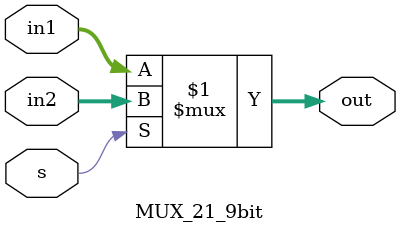
<source format=v>
module MUX_21_9bit(in1, in2, s, out);
    input [8:0] in1, in2;
    input s;
    output wire [8:0] out;
    assign out = s ? in2 : in1;
endmodule
</source>
